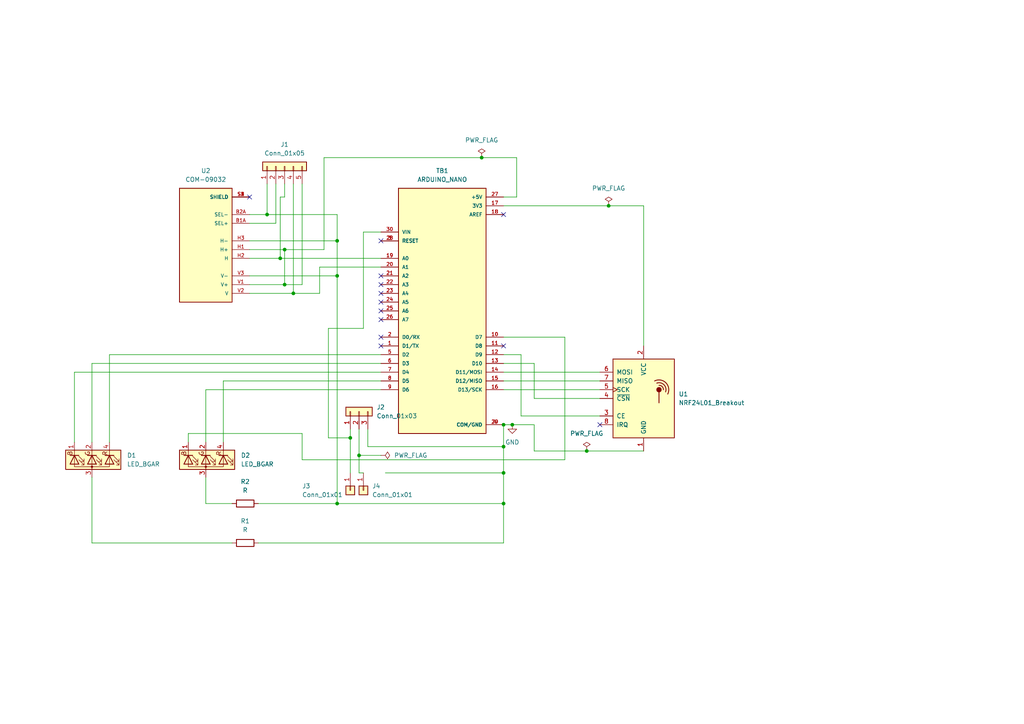
<source format=kicad_sch>
(kicad_sch (version 20230121) (generator eeschema)

  (uuid b2a70a7a-29eb-4e59-84e6-6f1aa81999b0)

  (paper "A4")

  (lib_symbols
    (symbol "ARDUINO_NANO:ARDUINO_NANO" (pin_names (offset 1.016)) (in_bom yes) (on_board yes)
      (property "Reference" "TB" (at -12.7 35.56 0)
        (effects (font (size 1.27 1.27)) (justify left bottom))
      )
      (property "Value" "ARDUINO_NANO" (at -12.7 -38.1 0)
        (effects (font (size 1.27 1.27)) (justify left bottom))
      )
      (property "Footprint" "ARDUINO_NANO:SHIELD_ARDUINO_NANO" (at 0 0 0)
        (effects (font (size 1.27 1.27)) (justify bottom) hide)
      )
      (property "Datasheet" "" (at 0 0 0)
        (effects (font (size 1.27 1.27)) hide)
      )
      (property "MF" "Arduino" (at 0 0 0)
        (effects (font (size 1.27 1.27)) (justify bottom) hide)
      )
      (property "Description" "\nSmall, complete, and breadboard-friendly board based on the ATmega328 (Arduino Nano 3.x)\n" (at 0 0 0)
        (effects (font (size 1.27 1.27)) (justify bottom) hide)
      )
      (property "Package" "Non-Standard Arduino" (at 0 0 0)
        (effects (font (size 1.27 1.27)) (justify bottom) hide)
      )
      (property "Price" "None" (at 0 0 0)
        (effects (font (size 1.27 1.27)) (justify bottom) hide)
      )
      (property "Check_prices" "https://www.snapeda.com/parts/Arduino%20Nano/Arduino/view-part/?ref=eda" (at 0 0 0)
        (effects (font (size 1.27 1.27)) (justify bottom) hide)
      )
      (property "STANDARD" "Manufacturer Recommendations" (at 0 0 0)
        (effects (font (size 1.27 1.27)) (justify bottom) hide)
      )
      (property "SnapEDA_Link" "https://www.snapeda.com/parts/Arduino%20Nano/Arduino/view-part/?ref=snap" (at 0 0 0)
        (effects (font (size 1.27 1.27)) (justify bottom) hide)
      )
      (property "MP" "Arduino Nano" (at 0 0 0)
        (effects (font (size 1.27 1.27)) (justify bottom) hide)
      )
      (property "Availability" "Not in stock" (at 0 0 0)
        (effects (font (size 1.27 1.27)) (justify bottom) hide)
      )
      (property "MANUFACTURER" "ARDUINO" (at 0 0 0)
        (effects (font (size 1.27 1.27)) (justify bottom) hide)
      )
      (symbol "ARDUINO_NANO_0_0"
        (rectangle (start -12.7 -35.56) (end 12.7 35.56)
          (stroke (width 0.254) (type default))
          (fill (type background))
        )
        (pin bidirectional line (at -17.78 -10.16 0) (length 5.08)
          (name "D1/TX" (effects (font (size 1.016 1.016))))
          (number "1" (effects (font (size 1.016 1.016))))
        )
        (pin bidirectional line (at 17.78 -7.62 180) (length 5.08)
          (name "D7" (effects (font (size 1.016 1.016))))
          (number "10" (effects (font (size 1.016 1.016))))
        )
        (pin bidirectional line (at 17.78 -10.16 180) (length 5.08)
          (name "D8" (effects (font (size 1.016 1.016))))
          (number "11" (effects (font (size 1.016 1.016))))
        )
        (pin bidirectional line (at 17.78 -12.7 180) (length 5.08)
          (name "D9" (effects (font (size 1.016 1.016))))
          (number "12" (effects (font (size 1.016 1.016))))
        )
        (pin bidirectional line (at 17.78 -15.24 180) (length 5.08)
          (name "D10" (effects (font (size 1.016 1.016))))
          (number "13" (effects (font (size 1.016 1.016))))
        )
        (pin bidirectional line (at 17.78 -17.78 180) (length 5.08)
          (name "D11/MOSI" (effects (font (size 1.016 1.016))))
          (number "14" (effects (font (size 1.016 1.016))))
        )
        (pin bidirectional line (at 17.78 -20.32 180) (length 5.08)
          (name "D12/MISO" (effects (font (size 1.016 1.016))))
          (number "15" (effects (font (size 1.016 1.016))))
        )
        (pin bidirectional line (at 17.78 -22.86 180) (length 5.08)
          (name "D13/SCK" (effects (font (size 1.016 1.016))))
          (number "16" (effects (font (size 1.016 1.016))))
        )
        (pin power_in line (at 17.78 30.48 180) (length 5.08)
          (name "3V3" (effects (font (size 1.016 1.016))))
          (number "17" (effects (font (size 1.016 1.016))))
        )
        (pin power_in line (at 17.78 27.94 180) (length 5.08)
          (name "AREF" (effects (font (size 1.016 1.016))))
          (number "18" (effects (font (size 1.016 1.016))))
        )
        (pin input line (at -17.78 15.24 0) (length 5.08)
          (name "A0" (effects (font (size 1.016 1.016))))
          (number "19" (effects (font (size 1.016 1.016))))
        )
        (pin bidirectional line (at -17.78 -7.62 0) (length 5.08)
          (name "D0/RX" (effects (font (size 1.016 1.016))))
          (number "2" (effects (font (size 1.016 1.016))))
        )
        (pin input line (at -17.78 12.7 0) (length 5.08)
          (name "A1" (effects (font (size 1.016 1.016))))
          (number "20" (effects (font (size 1.016 1.016))))
        )
        (pin input line (at -17.78 10.16 0) (length 5.08)
          (name "A2" (effects (font (size 1.016 1.016))))
          (number "21" (effects (font (size 1.016 1.016))))
        )
        (pin input line (at -17.78 7.62 0) (length 5.08)
          (name "A3" (effects (font (size 1.016 1.016))))
          (number "22" (effects (font (size 1.016 1.016))))
        )
        (pin input line (at -17.78 5.08 0) (length 5.08)
          (name "A4" (effects (font (size 1.016 1.016))))
          (number "23" (effects (font (size 1.016 1.016))))
        )
        (pin input line (at -17.78 2.54 0) (length 5.08)
          (name "A5" (effects (font (size 1.016 1.016))))
          (number "24" (effects (font (size 1.016 1.016))))
        )
        (pin input line (at -17.78 0 0) (length 5.08)
          (name "A6" (effects (font (size 1.016 1.016))))
          (number "25" (effects (font (size 1.016 1.016))))
        )
        (pin input line (at -17.78 -2.54 0) (length 5.08)
          (name "A7" (effects (font (size 1.016 1.016))))
          (number "26" (effects (font (size 1.016 1.016))))
        )
        (pin power_in line (at 17.78 33.02 180) (length 5.08)
          (name "+5V" (effects (font (size 1.016 1.016))))
          (number "27" (effects (font (size 1.016 1.016))))
        )
        (pin input line (at -17.78 20.32 0) (length 5.08)
          (name "RESET" (effects (font (size 1.016 1.016))))
          (number "28" (effects (font (size 1.016 1.016))))
        )
        (pin power_in line (at 17.78 -33.02 180) (length 5.08)
          (name "COM/GND" (effects (font (size 1.016 1.016))))
          (number "29" (effects (font (size 1.016 1.016))))
        )
        (pin input line (at -17.78 20.32 0) (length 5.08)
          (name "RESET" (effects (font (size 1.016 1.016))))
          (number "3" (effects (font (size 1.016 1.016))))
        )
        (pin input line (at -17.78 22.86 0) (length 5.08)
          (name "VIN" (effects (font (size 1.016 1.016))))
          (number "30" (effects (font (size 1.016 1.016))))
        )
        (pin power_in line (at 17.78 -33.02 180) (length 5.08)
          (name "COM/GND" (effects (font (size 1.016 1.016))))
          (number "4" (effects (font (size 1.016 1.016))))
        )
        (pin bidirectional line (at -17.78 -12.7 0) (length 5.08)
          (name "D2" (effects (font (size 1.016 1.016))))
          (number "5" (effects (font (size 1.016 1.016))))
        )
        (pin bidirectional line (at -17.78 -15.24 0) (length 5.08)
          (name "D3" (effects (font (size 1.016 1.016))))
          (number "6" (effects (font (size 1.016 1.016))))
        )
        (pin bidirectional line (at -17.78 -17.78 0) (length 5.08)
          (name "D4" (effects (font (size 1.016 1.016))))
          (number "7" (effects (font (size 1.016 1.016))))
        )
        (pin bidirectional line (at -17.78 -20.32 0) (length 5.08)
          (name "D5" (effects (font (size 1.016 1.016))))
          (number "8" (effects (font (size 1.016 1.016))))
        )
        (pin bidirectional line (at -17.78 -22.86 0) (length 5.08)
          (name "D6" (effects (font (size 1.016 1.016))))
          (number "9" (effects (font (size 1.016 1.016))))
        )
      )
    )
    (symbol "COM-09032:COM-09032" (pin_names (offset 1.016)) (in_bom yes) (on_board yes)
      (property "Reference" "U" (at -7.62 16.002 0)
        (effects (font (size 1.27 1.27)) (justify left bottom))
      )
      (property "Value" "COM-09032" (at -7.62 -20.32 0)
        (effects (font (size 1.27 1.27)) (justify left bottom))
      )
      (property "Footprint" "COM-09032:XDCR_COM-09032" (at 0 0 0)
        (effects (font (size 1.27 1.27)) (justify bottom) hide)
      )
      (property "Datasheet" "" (at 0 0 0)
        (effects (font (size 1.27 1.27)) hide)
      )
      (property "MF" "SparkFun Electronics" (at 0 0 0)
        (effects (font (size 1.27 1.27)) (justify bottom) hide)
      )
      (property "MAXIMUM_PACKAGE_HEIGHT" "30.1mm" (at 0 0 0)
        (effects (font (size 1.27 1.27)) (justify bottom) hide)
      )
      (property "Package" "Package" (at 0 0 0)
        (effects (font (size 1.27 1.27)) (justify bottom) hide)
      )
      (property "Price" "None" (at 0 0 0)
        (effects (font (size 1.27 1.27)) (justify bottom) hide)
      )
      (property "Check_prices" "https://www.snapeda.com/parts/COM-09032/SparkFun+Electronics/view-part/?ref=eda" (at 0 0 0)
        (effects (font (size 1.27 1.27)) (justify bottom) hide)
      )
      (property "STANDARD" "Manufacturer Recommendations" (at 0 0 0)
        (effects (font (size 1.27 1.27)) (justify bottom) hide)
      )
      (property "PARTREV" "N/A" (at 0 0 0)
        (effects (font (size 1.27 1.27)) (justify bottom) hide)
      )
      (property "SnapEDA_Link" "https://www.snapeda.com/parts/COM-09032/SparkFun+Electronics/view-part/?ref=snap" (at 0 0 0)
        (effects (font (size 1.27 1.27)) (justify bottom) hide)
      )
      (property "MP" "COM-09032" (at 0 0 0)
        (effects (font (size 1.27 1.27)) (justify bottom) hide)
      )
      (property "Purchase-URL" "https://www.snapeda.com/api/url_track_click_mouser/?unipart_id=888157&manufacturer=SparkFun Electronics&part_name=COM-09032&search_term=None" (at 0 0 0)
        (effects (font (size 1.27 1.27)) (justify bottom) hide)
      )
      (property "Description" "\nJoystick, 2 - Axis Analog (Resistive) Output\n" (at 0 0 0)
        (effects (font (size 1.27 1.27)) (justify bottom) hide)
      )
      (property "Availability" "In Stock" (at 0 0 0)
        (effects (font (size 1.27 1.27)) (justify bottom) hide)
      )
      (property "MANUFACTURER" "SparkFun Electronics" (at 0 0 0)
        (effects (font (size 1.27 1.27)) (justify bottom) hide)
      )
      (symbol "COM-09032_0_0"
        (rectangle (start -7.62 -17.78) (end 7.62 15.24)
          (stroke (width 0.254) (type default))
          (fill (type background))
        )
        (pin passive line (at -12.7 -7.62 0) (length 5.08)
          (name "SEL+" (effects (font (size 1.016 1.016))))
          (number "B1A" (effects (font (size 1.016 1.016))))
        )
        (pin passive line (at -12.7 -10.16 0) (length 5.08)
          (name "SEL-" (effects (font (size 1.016 1.016))))
          (number "B2A" (effects (font (size 1.016 1.016))))
        )
        (pin passive line (at -12.7 0 0) (length 5.08)
          (name "H+" (effects (font (size 1.016 1.016))))
          (number "H1" (effects (font (size 1.016 1.016))))
        )
        (pin passive line (at -12.7 2.54 0) (length 5.08)
          (name "H" (effects (font (size 1.016 1.016))))
          (number "H2" (effects (font (size 1.016 1.016))))
        )
        (pin passive line (at -12.7 -2.54 0) (length 5.08)
          (name "H-" (effects (font (size 1.016 1.016))))
          (number "H3" (effects (font (size 1.016 1.016))))
        )
        (pin passive line (at -12.7 -15.24 0) (length 5.08)
          (name "SHIELD" (effects (font (size 1.016 1.016))))
          (number "S1" (effects (font (size 1.016 1.016))))
        )
        (pin passive line (at -12.7 -15.24 0) (length 5.08)
          (name "SHIELD" (effects (font (size 1.016 1.016))))
          (number "S2" (effects (font (size 1.016 1.016))))
        )
        (pin passive line (at -12.7 -15.24 0) (length 5.08)
          (name "SHIELD" (effects (font (size 1.016 1.016))))
          (number "S3" (effects (font (size 1.016 1.016))))
        )
        (pin passive line (at -12.7 -15.24 0) (length 5.08)
          (name "SHIELD" (effects (font (size 1.016 1.016))))
          (number "S4" (effects (font (size 1.016 1.016))))
        )
        (pin passive line (at -12.7 10.16 0) (length 5.08)
          (name "V+" (effects (font (size 1.016 1.016))))
          (number "V1" (effects (font (size 1.016 1.016))))
        )
        (pin passive line (at -12.7 12.7 0) (length 5.08)
          (name "V" (effects (font (size 1.016 1.016))))
          (number "V2" (effects (font (size 1.016 1.016))))
        )
        (pin passive line (at -12.7 7.62 0) (length 5.08)
          (name "V-" (effects (font (size 1.016 1.016))))
          (number "V3" (effects (font (size 1.016 1.016))))
        )
      )
    )
    (symbol "Connector_Generic:Conn_01x01" (pin_names (offset 1.016) hide) (in_bom yes) (on_board yes)
      (property "Reference" "J" (at 0 2.54 0)
        (effects (font (size 1.27 1.27)))
      )
      (property "Value" "Conn_01x01" (at 0 -2.54 0)
        (effects (font (size 1.27 1.27)))
      )
      (property "Footprint" "" (at 0 0 0)
        (effects (font (size 1.27 1.27)) hide)
      )
      (property "Datasheet" "~" (at 0 0 0)
        (effects (font (size 1.27 1.27)) hide)
      )
      (property "ki_keywords" "connector" (at 0 0 0)
        (effects (font (size 1.27 1.27)) hide)
      )
      (property "ki_description" "Generic connector, single row, 01x01, script generated (kicad-library-utils/schlib/autogen/connector/)" (at 0 0 0)
        (effects (font (size 1.27 1.27)) hide)
      )
      (property "ki_fp_filters" "Connector*:*_1x??_*" (at 0 0 0)
        (effects (font (size 1.27 1.27)) hide)
      )
      (symbol "Conn_01x01_1_1"
        (rectangle (start -1.27 0.127) (end 0 -0.127)
          (stroke (width 0.1524) (type default))
          (fill (type none))
        )
        (rectangle (start -1.27 1.27) (end 1.27 -1.27)
          (stroke (width 0.254) (type default))
          (fill (type background))
        )
        (pin passive line (at -5.08 0 0) (length 3.81)
          (name "Pin_1" (effects (font (size 1.27 1.27))))
          (number "1" (effects (font (size 1.27 1.27))))
        )
      )
    )
    (symbol "Connector_Generic:Conn_01x03" (pin_names (offset 1.016) hide) (in_bom yes) (on_board yes)
      (property "Reference" "J" (at 0 5.08 0)
        (effects (font (size 1.27 1.27)))
      )
      (property "Value" "Conn_01x03" (at 0 -5.08 0)
        (effects (font (size 1.27 1.27)))
      )
      (property "Footprint" "" (at 0 0 0)
        (effects (font (size 1.27 1.27)) hide)
      )
      (property "Datasheet" "~" (at 0 0 0)
        (effects (font (size 1.27 1.27)) hide)
      )
      (property "ki_keywords" "connector" (at 0 0 0)
        (effects (font (size 1.27 1.27)) hide)
      )
      (property "ki_description" "Generic connector, single row, 01x03, script generated (kicad-library-utils/schlib/autogen/connector/)" (at 0 0 0)
        (effects (font (size 1.27 1.27)) hide)
      )
      (property "ki_fp_filters" "Connector*:*_1x??_*" (at 0 0 0)
        (effects (font (size 1.27 1.27)) hide)
      )
      (symbol "Conn_01x03_1_1"
        (rectangle (start -1.27 -2.413) (end 0 -2.667)
          (stroke (width 0.1524) (type default))
          (fill (type none))
        )
        (rectangle (start -1.27 0.127) (end 0 -0.127)
          (stroke (width 0.1524) (type default))
          (fill (type none))
        )
        (rectangle (start -1.27 2.667) (end 0 2.413)
          (stroke (width 0.1524) (type default))
          (fill (type none))
        )
        (rectangle (start -1.27 3.81) (end 1.27 -3.81)
          (stroke (width 0.254) (type default))
          (fill (type background))
        )
        (pin passive line (at -5.08 2.54 0) (length 3.81)
          (name "Pin_1" (effects (font (size 1.27 1.27))))
          (number "1" (effects (font (size 1.27 1.27))))
        )
        (pin passive line (at -5.08 0 0) (length 3.81)
          (name "Pin_2" (effects (font (size 1.27 1.27))))
          (number "2" (effects (font (size 1.27 1.27))))
        )
        (pin passive line (at -5.08 -2.54 0) (length 3.81)
          (name "Pin_3" (effects (font (size 1.27 1.27))))
          (number "3" (effects (font (size 1.27 1.27))))
        )
      )
    )
    (symbol "Connector_Generic:Conn_01x05" (pin_names (offset 1.016) hide) (in_bom yes) (on_board yes)
      (property "Reference" "J" (at 0 7.62 0)
        (effects (font (size 1.27 1.27)))
      )
      (property "Value" "Conn_01x05" (at 0 -7.62 0)
        (effects (font (size 1.27 1.27)))
      )
      (property "Footprint" "" (at 0 0 0)
        (effects (font (size 1.27 1.27)) hide)
      )
      (property "Datasheet" "~" (at 0 0 0)
        (effects (font (size 1.27 1.27)) hide)
      )
      (property "ki_keywords" "connector" (at 0 0 0)
        (effects (font (size 1.27 1.27)) hide)
      )
      (property "ki_description" "Generic connector, single row, 01x05, script generated (kicad-library-utils/schlib/autogen/connector/)" (at 0 0 0)
        (effects (font (size 1.27 1.27)) hide)
      )
      (property "ki_fp_filters" "Connector*:*_1x??_*" (at 0 0 0)
        (effects (font (size 1.27 1.27)) hide)
      )
      (symbol "Conn_01x05_1_1"
        (rectangle (start -1.27 -4.953) (end 0 -5.207)
          (stroke (width 0.1524) (type default))
          (fill (type none))
        )
        (rectangle (start -1.27 -2.413) (end 0 -2.667)
          (stroke (width 0.1524) (type default))
          (fill (type none))
        )
        (rectangle (start -1.27 0.127) (end 0 -0.127)
          (stroke (width 0.1524) (type default))
          (fill (type none))
        )
        (rectangle (start -1.27 2.667) (end 0 2.413)
          (stroke (width 0.1524) (type default))
          (fill (type none))
        )
        (rectangle (start -1.27 5.207) (end 0 4.953)
          (stroke (width 0.1524) (type default))
          (fill (type none))
        )
        (rectangle (start -1.27 6.35) (end 1.27 -6.35)
          (stroke (width 0.254) (type default))
          (fill (type background))
        )
        (pin passive line (at -5.08 5.08 0) (length 3.81)
          (name "Pin_1" (effects (font (size 1.27 1.27))))
          (number "1" (effects (font (size 1.27 1.27))))
        )
        (pin passive line (at -5.08 2.54 0) (length 3.81)
          (name "Pin_2" (effects (font (size 1.27 1.27))))
          (number "2" (effects (font (size 1.27 1.27))))
        )
        (pin passive line (at -5.08 0 0) (length 3.81)
          (name "Pin_3" (effects (font (size 1.27 1.27))))
          (number "3" (effects (font (size 1.27 1.27))))
        )
        (pin passive line (at -5.08 -2.54 0) (length 3.81)
          (name "Pin_4" (effects (font (size 1.27 1.27))))
          (number "4" (effects (font (size 1.27 1.27))))
        )
        (pin passive line (at -5.08 -5.08 0) (length 3.81)
          (name "Pin_5" (effects (font (size 1.27 1.27))))
          (number "5" (effects (font (size 1.27 1.27))))
        )
      )
    )
    (symbol "Device:LED_BGAR" (pin_names (offset 0) hide) (in_bom yes) (on_board yes)
      (property "Reference" "D" (at 0 9.398 0)
        (effects (font (size 1.27 1.27)))
      )
      (property "Value" "LED_BGAR" (at 0 -8.89 0)
        (effects (font (size 1.27 1.27)))
      )
      (property "Footprint" "" (at 0 -1.27 0)
        (effects (font (size 1.27 1.27)) hide)
      )
      (property "Datasheet" "~" (at 0 -1.27 0)
        (effects (font (size 1.27 1.27)) hide)
      )
      (property "ki_keywords" "LED RGB diode" (at 0 0 0)
        (effects (font (size 1.27 1.27)) hide)
      )
      (property "ki_description" "RGB LED, blue/green/anode/red" (at 0 0 0)
        (effects (font (size 1.27 1.27)) hide)
      )
      (property "ki_fp_filters" "LED* LED_SMD:* LED_THT:*" (at 0 0 0)
        (effects (font (size 1.27 1.27)) hide)
      )
      (symbol "LED_BGAR_0_0"
        (text "B" (at -1.905 -6.35 0)
          (effects (font (size 1.27 1.27)))
        )
        (text "G" (at -1.905 -1.27 0)
          (effects (font (size 1.27 1.27)))
        )
        (text "R" (at -1.905 3.81 0)
          (effects (font (size 1.27 1.27)))
        )
      )
      (symbol "LED_BGAR_0_1"
        (polyline
          (pts
            (xy -1.27 -5.08)
            (xy -2.54 -5.08)
          )
          (stroke (width 0) (type default))
          (fill (type none))
        )
        (polyline
          (pts
            (xy -1.27 -5.08)
            (xy 1.27 -5.08)
          )
          (stroke (width 0) (type default))
          (fill (type none))
        )
        (polyline
          (pts
            (xy -1.27 -3.81)
            (xy -1.27 -6.35)
          )
          (stroke (width 0.254) (type default))
          (fill (type none))
        )
        (polyline
          (pts
            (xy -1.27 0)
            (xy -2.54 0)
          )
          (stroke (width 0) (type default))
          (fill (type none))
        )
        (polyline
          (pts
            (xy -1.27 1.27)
            (xy -1.27 -1.27)
          )
          (stroke (width 0.254) (type default))
          (fill (type none))
        )
        (polyline
          (pts
            (xy -1.27 5.08)
            (xy -2.54 5.08)
          )
          (stroke (width 0) (type default))
          (fill (type none))
        )
        (polyline
          (pts
            (xy -1.27 5.08)
            (xy 1.27 5.08)
          )
          (stroke (width 0) (type default))
          (fill (type none))
        )
        (polyline
          (pts
            (xy -1.27 6.35)
            (xy -1.27 3.81)
          )
          (stroke (width 0.254) (type default))
          (fill (type none))
        )
        (polyline
          (pts
            (xy 1.27 0)
            (xy -1.27 0)
          )
          (stroke (width 0) (type default))
          (fill (type none))
        )
        (polyline
          (pts
            (xy 1.27 0)
            (xy 2.54 0)
          )
          (stroke (width 0) (type default))
          (fill (type none))
        )
        (polyline
          (pts
            (xy -1.27 1.27)
            (xy -1.27 -1.27)
            (xy -1.27 -1.27)
          )
          (stroke (width 0) (type default))
          (fill (type none))
        )
        (polyline
          (pts
            (xy -1.27 6.35)
            (xy -1.27 3.81)
            (xy -1.27 3.81)
          )
          (stroke (width 0) (type default))
          (fill (type none))
        )
        (polyline
          (pts
            (xy 1.27 -5.08)
            (xy 2.032 -5.08)
            (xy 2.032 5.08)
            (xy 1.27 5.08)
          )
          (stroke (width 0) (type default))
          (fill (type none))
        )
        (polyline
          (pts
            (xy 1.27 -3.81)
            (xy 1.27 -6.35)
            (xy -1.27 -5.08)
            (xy 1.27 -3.81)
          )
          (stroke (width 0.254) (type default))
          (fill (type none))
        )
        (polyline
          (pts
            (xy 1.27 1.27)
            (xy 1.27 -1.27)
            (xy -1.27 0)
            (xy 1.27 1.27)
          )
          (stroke (width 0.254) (type default))
          (fill (type none))
        )
        (polyline
          (pts
            (xy 1.27 6.35)
            (xy 1.27 3.81)
            (xy -1.27 5.08)
            (xy 1.27 6.35)
          )
          (stroke (width 0.254) (type default))
          (fill (type none))
        )
        (polyline
          (pts
            (xy -1.016 -3.81)
            (xy 0.508 -2.286)
            (xy -0.254 -2.286)
            (xy 0.508 -2.286)
            (xy 0.508 -3.048)
          )
          (stroke (width 0) (type default))
          (fill (type none))
        )
        (polyline
          (pts
            (xy -1.016 1.27)
            (xy 0.508 2.794)
            (xy -0.254 2.794)
            (xy 0.508 2.794)
            (xy 0.508 2.032)
          )
          (stroke (width 0) (type default))
          (fill (type none))
        )
        (polyline
          (pts
            (xy -1.016 6.35)
            (xy 0.508 7.874)
            (xy -0.254 7.874)
            (xy 0.508 7.874)
            (xy 0.508 7.112)
          )
          (stroke (width 0) (type default))
          (fill (type none))
        )
        (polyline
          (pts
            (xy 0 -3.81)
            (xy 1.524 -2.286)
            (xy 0.762 -2.286)
            (xy 1.524 -2.286)
            (xy 1.524 -3.048)
          )
          (stroke (width 0) (type default))
          (fill (type none))
        )
        (polyline
          (pts
            (xy 0 1.27)
            (xy 1.524 2.794)
            (xy 0.762 2.794)
            (xy 1.524 2.794)
            (xy 1.524 2.032)
          )
          (stroke (width 0) (type default))
          (fill (type none))
        )
        (polyline
          (pts
            (xy 0 6.35)
            (xy 1.524 7.874)
            (xy 0.762 7.874)
            (xy 1.524 7.874)
            (xy 1.524 7.112)
          )
          (stroke (width 0) (type default))
          (fill (type none))
        )
        (rectangle (start 1.27 -1.27) (end 1.27 1.27)
          (stroke (width 0) (type default))
          (fill (type none))
        )
        (rectangle (start 1.27 1.27) (end 1.27 1.27)
          (stroke (width 0) (type default))
          (fill (type none))
        )
        (rectangle (start 1.27 3.81) (end 1.27 6.35)
          (stroke (width 0) (type default))
          (fill (type none))
        )
        (rectangle (start 1.27 6.35) (end 1.27 6.35)
          (stroke (width 0) (type default))
          (fill (type none))
        )
        (circle (center 2.032 0) (radius 0.254)
          (stroke (width 0) (type default))
          (fill (type outline))
        )
        (rectangle (start 2.794 8.382) (end -2.794 -7.62)
          (stroke (width 0.254) (type default))
          (fill (type background))
        )
      )
      (symbol "LED_BGAR_1_1"
        (pin passive line (at -5.08 -5.08 0) (length 2.54)
          (name "BK" (effects (font (size 1.27 1.27))))
          (number "1" (effects (font (size 1.27 1.27))))
        )
        (pin passive line (at -5.08 0 0) (length 2.54)
          (name "GK" (effects (font (size 1.27 1.27))))
          (number "2" (effects (font (size 1.27 1.27))))
        )
        (pin passive line (at 5.08 0 180) (length 2.54)
          (name "A" (effects (font (size 1.27 1.27))))
          (number "3" (effects (font (size 1.27 1.27))))
        )
        (pin passive line (at -5.08 5.08 0) (length 2.54)
          (name "RK" (effects (font (size 1.27 1.27))))
          (number "4" (effects (font (size 1.27 1.27))))
        )
      )
    )
    (symbol "Device:R" (pin_numbers hide) (pin_names (offset 0)) (in_bom yes) (on_board yes)
      (property "Reference" "R" (at 2.032 0 90)
        (effects (font (size 1.27 1.27)))
      )
      (property "Value" "R" (at 0 0 90)
        (effects (font (size 1.27 1.27)))
      )
      (property "Footprint" "" (at -1.778 0 90)
        (effects (font (size 1.27 1.27)) hide)
      )
      (property "Datasheet" "~" (at 0 0 0)
        (effects (font (size 1.27 1.27)) hide)
      )
      (property "ki_keywords" "R res resistor" (at 0 0 0)
        (effects (font (size 1.27 1.27)) hide)
      )
      (property "ki_description" "Resistor" (at 0 0 0)
        (effects (font (size 1.27 1.27)) hide)
      )
      (property "ki_fp_filters" "R_*" (at 0 0 0)
        (effects (font (size 1.27 1.27)) hide)
      )
      (symbol "R_0_1"
        (rectangle (start -1.016 -2.54) (end 1.016 2.54)
          (stroke (width 0.254) (type default))
          (fill (type none))
        )
      )
      (symbol "R_1_1"
        (pin passive line (at 0 3.81 270) (length 1.27)
          (name "~" (effects (font (size 1.27 1.27))))
          (number "1" (effects (font (size 1.27 1.27))))
        )
        (pin passive line (at 0 -3.81 90) (length 1.27)
          (name "~" (effects (font (size 1.27 1.27))))
          (number "2" (effects (font (size 1.27 1.27))))
        )
      )
    )
    (symbol "RF:NRF24L01_Breakout" (pin_names (offset 1.016)) (in_bom yes) (on_board yes)
      (property "Reference" "U" (at -8.89 12.7 0)
        (effects (font (size 1.27 1.27)) (justify left))
      )
      (property "Value" "NRF24L01_Breakout" (at 3.81 12.7 0)
        (effects (font (size 1.27 1.27)) (justify left))
      )
      (property "Footprint" "RF_Module:nRF24L01_Breakout" (at 3.81 15.24 0)
        (effects (font (size 1.27 1.27) italic) (justify left) hide)
      )
      (property "Datasheet" "http://www.nordicsemi.com/eng/content/download/2730/34105/file/nRF24L01_Product_Specification_v2_0.pdf" (at 0 -2.54 0)
        (effects (font (size 1.27 1.27)) hide)
      )
      (property "ki_keywords" "Low Power RF Transceiver breakout carrier" (at 0 0 0)
        (effects (font (size 1.27 1.27)) hide)
      )
      (property "ki_description" "Ultra low power 2.4GHz RF Transceiver, Carrier PCB" (at 0 0 0)
        (effects (font (size 1.27 1.27)) hide)
      )
      (property "ki_fp_filters" "nRF24L01*Breakout*" (at 0 0 0)
        (effects (font (size 1.27 1.27)) hide)
      )
      (symbol "NRF24L01_Breakout_0_1"
        (rectangle (start -8.89 11.43) (end 8.89 -11.43)
          (stroke (width 0.254) (type default))
          (fill (type background))
        )
        (polyline
          (pts
            (xy 4.445 1.905)
            (xy 4.445 -1.27)
          )
          (stroke (width 0.254) (type default))
          (fill (type none))
        )
        (circle (center 4.445 2.54) (radius 0.635)
          (stroke (width 0.254) (type default))
          (fill (type outline))
        )
        (arc (start 5.715 2.54) (mid 5.3521 3.4546) (end 4.445 3.81)
          (stroke (width 0.254) (type default))
          (fill (type none))
        )
        (arc (start 6.35 1.905) (mid 5.8763 3.9854) (end 3.81 4.445)
          (stroke (width 0.254) (type default))
          (fill (type none))
        )
        (arc (start 6.985 1.27) (mid 6.453 4.548) (end 3.175 5.08)
          (stroke (width 0.254) (type default))
          (fill (type none))
        )
      )
      (symbol "NRF24L01_Breakout_1_1"
        (pin power_in line (at 0 -15.24 90) (length 3.81)
          (name "GND" (effects (font (size 1.27 1.27))))
          (number "1" (effects (font (size 1.27 1.27))))
        )
        (pin power_in line (at 0 15.24 270) (length 3.81)
          (name "VCC" (effects (font (size 1.27 1.27))))
          (number "2" (effects (font (size 1.27 1.27))))
        )
        (pin input line (at -12.7 -5.08 0) (length 3.81)
          (name "CE" (effects (font (size 1.27 1.27))))
          (number "3" (effects (font (size 1.27 1.27))))
        )
        (pin input line (at -12.7 0 0) (length 3.81)
          (name "~{CSN}" (effects (font (size 1.27 1.27))))
          (number "4" (effects (font (size 1.27 1.27))))
        )
        (pin input clock (at -12.7 2.54 0) (length 3.81)
          (name "SCK" (effects (font (size 1.27 1.27))))
          (number "5" (effects (font (size 1.27 1.27))))
        )
        (pin input line (at -12.7 7.62 0) (length 3.81)
          (name "MOSI" (effects (font (size 1.27 1.27))))
          (number "6" (effects (font (size 1.27 1.27))))
        )
        (pin output line (at -12.7 5.08 0) (length 3.81)
          (name "MISO" (effects (font (size 1.27 1.27))))
          (number "7" (effects (font (size 1.27 1.27))))
        )
        (pin output line (at -12.7 -7.62 0) (length 3.81)
          (name "IRQ" (effects (font (size 1.27 1.27))))
          (number "8" (effects (font (size 1.27 1.27))))
        )
      )
    )
    (symbol "power:GND" (power) (pin_names (offset 0)) (in_bom yes) (on_board yes)
      (property "Reference" "#PWR" (at 0 -6.35 0)
        (effects (font (size 1.27 1.27)) hide)
      )
      (property "Value" "GND" (at 0 -3.81 0)
        (effects (font (size 1.27 1.27)))
      )
      (property "Footprint" "" (at 0 0 0)
        (effects (font (size 1.27 1.27)) hide)
      )
      (property "Datasheet" "" (at 0 0 0)
        (effects (font (size 1.27 1.27)) hide)
      )
      (property "ki_keywords" "global power" (at 0 0 0)
        (effects (font (size 1.27 1.27)) hide)
      )
      (property "ki_description" "Power symbol creates a global label with name \"GND\" , ground" (at 0 0 0)
        (effects (font (size 1.27 1.27)) hide)
      )
      (symbol "GND_0_1"
        (polyline
          (pts
            (xy 0 0)
            (xy 0 -1.27)
            (xy 1.27 -1.27)
            (xy 0 -2.54)
            (xy -1.27 -1.27)
            (xy 0 -1.27)
          )
          (stroke (width 0) (type default))
          (fill (type none))
        )
      )
      (symbol "GND_1_1"
        (pin power_in line (at 0 0 270) (length 0) hide
          (name "GND" (effects (font (size 1.27 1.27))))
          (number "1" (effects (font (size 1.27 1.27))))
        )
      )
    )
    (symbol "power:PWR_FLAG" (power) (pin_numbers hide) (pin_names (offset 0) hide) (in_bom yes) (on_board yes)
      (property "Reference" "#FLG" (at 0 1.905 0)
        (effects (font (size 1.27 1.27)) hide)
      )
      (property "Value" "PWR_FLAG" (at 0 3.81 0)
        (effects (font (size 1.27 1.27)))
      )
      (property "Footprint" "" (at 0 0 0)
        (effects (font (size 1.27 1.27)) hide)
      )
      (property "Datasheet" "~" (at 0 0 0)
        (effects (font (size 1.27 1.27)) hide)
      )
      (property "ki_keywords" "flag power" (at 0 0 0)
        (effects (font (size 1.27 1.27)) hide)
      )
      (property "ki_description" "Special symbol for telling ERC where power comes from" (at 0 0 0)
        (effects (font (size 1.27 1.27)) hide)
      )
      (symbol "PWR_FLAG_0_0"
        (pin power_out line (at 0 0 90) (length 0)
          (name "pwr" (effects (font (size 1.27 1.27))))
          (number "1" (effects (font (size 1.27 1.27))))
        )
      )
      (symbol "PWR_FLAG_0_1"
        (polyline
          (pts
            (xy 0 0)
            (xy 0 1.27)
            (xy -1.016 1.905)
            (xy 0 2.54)
            (xy 1.016 1.905)
            (xy 0 1.27)
          )
          (stroke (width 0) (type default))
          (fill (type none))
        )
      )
    )
  )

  (junction (at 146.05 146.05) (diameter 0) (color 0 0 0 0)
    (uuid 04bf8f66-464f-4277-a9e8-2e6e4969d3ce)
  )
  (junction (at 81.28 74.93) (diameter 0) (color 0 0 0 0)
    (uuid 26462b2c-4ef8-471f-a302-120303ec7abe)
  )
  (junction (at 82.55 72.39) (diameter 0) (color 0 0 0 0)
    (uuid 283da509-0862-4714-8053-9cb98030132a)
  )
  (junction (at 146.05 123.19) (diameter 0) (color 0 0 0 0)
    (uuid 304b7eba-1211-4f17-a437-2b70fb15f1d1)
  )
  (junction (at 97.79 69.85) (diameter 0) (color 0 0 0 0)
    (uuid 31746fdd-ec9c-4c9c-96e1-30708b31a0ca)
  )
  (junction (at 82.55 82.55) (diameter 0) (color 0 0 0 0)
    (uuid 3e079ae8-5c93-450d-aced-c7dc4f2a7bba)
  )
  (junction (at 176.53 59.69) (diameter 0) (color 0 0 0 0)
    (uuid 65bf4f62-7008-4d32-9ccb-dee6fec22f87)
  )
  (junction (at 146.05 129.54) (diameter 0) (color 0 0 0 0)
    (uuid 6de509f7-54fa-4df3-82aa-dceca485a290)
  )
  (junction (at 104.14 132.08) (diameter 0) (color 0 0 0 0)
    (uuid 6e304e36-8354-4f9e-b36b-dee9976d885f)
  )
  (junction (at 77.47 62.23) (diameter 0) (color 0 0 0 0)
    (uuid 8eb4f19f-7715-467e-bd92-aa426e1933a5)
  )
  (junction (at 146.05 137.16) (diameter 0) (color 0 0 0 0)
    (uuid 9c9599f6-5aa9-4446-9e08-9073eb79a145)
  )
  (junction (at 97.79 146.05) (diameter 0) (color 0 0 0 0)
    (uuid a05bcd7a-10f1-4971-815b-c9c5548d3bcf)
  )
  (junction (at 97.79 80.01) (diameter 0) (color 0 0 0 0)
    (uuid a89910c5-c9df-48c9-8752-f4475d097d27)
  )
  (junction (at 139.7 45.72) (diameter 0) (color 0 0 0 0)
    (uuid b837a912-a00a-43ae-8ef1-2334ad391fe0)
  )
  (junction (at 170.18 130.81) (diameter 0) (color 0 0 0 0)
    (uuid ba8791bc-3646-40c5-827e-9f2707247de3)
  )
  (junction (at 85.09 85.09) (diameter 0) (color 0 0 0 0)
    (uuid d9f7349d-3e8d-4611-a07f-cf2235d3dc21)
  )
  (junction (at 148.59 123.19) (diameter 0) (color 0 0 0 0)
    (uuid edbe696d-045c-4353-a5ad-ac6f3cab1e24)
  )
  (junction (at 101.6 127) (diameter 0) (color 0 0 0 0)
    (uuid f8e4d5e0-394a-486a-b2ff-45f4103a65c3)
  )

  (no_connect (at 110.49 85.09) (uuid 294c8aee-9fd7-4882-9ed5-ddc418e5e8b8))
  (no_connect (at 173.99 123.19) (uuid 36668616-c1eb-4747-aa9b-97694716d527))
  (no_connect (at 146.05 62.23) (uuid 4d021cb5-51c3-4634-843b-7cd2eb6c0562))
  (no_connect (at 72.39 57.15) (uuid 608968bf-3332-4c3e-9e3e-def41f38c5a4))
  (no_connect (at 110.49 92.71) (uuid 7a3da17f-a59d-411e-abf9-7ce6559e6567))
  (no_connect (at 110.49 69.85) (uuid 848e3ec0-f21d-42d6-9766-f0183212bb9e))
  (no_connect (at 110.49 80.01) (uuid 91004d01-fb3a-4dfa-a7f8-06cc14c9b4e0))
  (no_connect (at 110.49 97.79) (uuid bcd453c3-41ac-4cf9-ad21-1d53a176eacd))
  (no_connect (at 110.49 82.55) (uuid c54797ac-dda3-4959-893f-97184a4af9d5))
  (no_connect (at 110.49 100.33) (uuid cc1a0909-3108-4af5-8503-693d805f4b8a))
  (no_connect (at 146.05 100.33) (uuid d1991f1c-6bf6-409d-8218-60b8dd837a93))
  (no_connect (at 110.49 87.63) (uuid fdf334ab-1a55-4ed4-9465-9f340b77bb33))
  (no_connect (at 110.49 90.17) (uuid febb12b0-414e-4c39-b36c-0ae305d960ea))

  (wire (pts (xy 87.63 133.35) (xy 163.83 133.35))
    (stroke (width 0) (type default))
    (uuid 01e8b214-a220-45b5-b55d-2b97697cd326)
  )
  (wire (pts (xy 82.55 72.39) (xy 93.98 72.39))
    (stroke (width 0) (type default))
    (uuid 01f485bb-20a8-4da5-9622-4cfc92301da0)
  )
  (wire (pts (xy 26.67 105.41) (xy 110.49 105.41))
    (stroke (width 0) (type default))
    (uuid 028acc4d-18f8-416b-8a34-af0ec381fbf7)
  )
  (wire (pts (xy 149.86 57.15) (xy 146.05 57.15))
    (stroke (width 0) (type default))
    (uuid 073a9d9e-2af6-4516-9d67-c48ad6b4f682)
  )
  (wire (pts (xy 139.7 45.72) (xy 149.86 45.72))
    (stroke (width 0) (type default))
    (uuid 0b653b21-4a85-42cb-9e6a-c4ea94a34c22)
  )
  (wire (pts (xy 154.94 105.41) (xy 154.94 115.57))
    (stroke (width 0) (type default))
    (uuid 0c415ff4-1395-4ceb-b980-1acc7c17ad26)
  )
  (wire (pts (xy 64.77 110.49) (xy 110.49 110.49))
    (stroke (width 0) (type default))
    (uuid 0dfb286a-faaf-4d80-aa2c-61fea5a7ae41)
  )
  (wire (pts (xy 72.39 64.77) (xy 80.01 64.77))
    (stroke (width 0) (type default))
    (uuid 0efa2117-a1b8-43a5-9356-a691e2446c6b)
  )
  (wire (pts (xy 74.93 157.48) (xy 146.05 157.48))
    (stroke (width 0) (type default))
    (uuid 11f9731d-4c2d-4a46-a830-e6aeb3870b12)
  )
  (wire (pts (xy 26.67 128.27) (xy 26.67 105.41))
    (stroke (width 0) (type default))
    (uuid 12849e24-527d-4e00-9335-212f99602c44)
  )
  (wire (pts (xy 105.41 95.25) (xy 105.41 67.31))
    (stroke (width 0) (type default))
    (uuid 129a70c6-beed-44a1-aa15-5151b6001d81)
  )
  (wire (pts (xy 146.05 146.05) (xy 146.05 157.48))
    (stroke (width 0) (type default))
    (uuid 1499466c-effb-4e00-aa7a-48fc14f00964)
  )
  (wire (pts (xy 74.93 146.05) (xy 97.79 146.05))
    (stroke (width 0) (type default))
    (uuid 17298af7-c2b2-4a68-add1-42db542c6409)
  )
  (wire (pts (xy 80.01 53.34) (xy 80.01 64.77))
    (stroke (width 0) (type default))
    (uuid 18d28e73-7f47-4e8a-b613-8242d26b716a)
  )
  (wire (pts (xy 54.61 128.27) (xy 54.61 125.73))
    (stroke (width 0) (type default))
    (uuid 1be6acbc-f51f-4746-90cd-06109fd47e37)
  )
  (wire (pts (xy 92.71 85.09) (xy 92.71 77.47))
    (stroke (width 0) (type default))
    (uuid 1c50219a-37f7-4f5b-91b4-d92135ffc000)
  )
  (wire (pts (xy 97.79 146.05) (xy 146.05 146.05))
    (stroke (width 0) (type default))
    (uuid 1d14a03c-7c59-4d51-96cd-1ad9dd442bf8)
  )
  (wire (pts (xy 81.28 57.15) (xy 82.55 57.15))
    (stroke (width 0) (type default))
    (uuid 21937884-1f7c-47f8-9637-07372313ab0f)
  )
  (wire (pts (xy 146.05 107.95) (xy 173.99 107.95))
    (stroke (width 0) (type default))
    (uuid 21d37e95-e478-4387-8975-d9e2658731e8)
  )
  (wire (pts (xy 87.63 125.73) (xy 87.63 133.35))
    (stroke (width 0) (type default))
    (uuid 23025a8d-f42a-40c4-83b3-acc52b94186b)
  )
  (wire (pts (xy 146.05 110.49) (xy 173.99 110.49))
    (stroke (width 0) (type default))
    (uuid 2a05a19b-9580-4c17-bdbd-7248cd38ec41)
  )
  (wire (pts (xy 67.31 157.48) (xy 26.67 157.48))
    (stroke (width 0) (type default))
    (uuid 2c8dbb59-6ad1-4a7a-92ac-013af906fd5c)
  )
  (wire (pts (xy 163.83 97.79) (xy 146.05 97.79))
    (stroke (width 0) (type default))
    (uuid 2e5a51bd-bd42-4925-931c-fd7723d2df89)
  )
  (wire (pts (xy 59.69 128.27) (xy 59.69 113.03))
    (stroke (width 0) (type default))
    (uuid 30f7b20f-3f20-4883-8068-96d7d26757cf)
  )
  (wire (pts (xy 186.69 100.33) (xy 186.69 59.69))
    (stroke (width 0) (type default))
    (uuid 37d98e37-277a-422e-88cb-15c375be68f0)
  )
  (wire (pts (xy 72.39 85.09) (xy 85.09 85.09))
    (stroke (width 0) (type default))
    (uuid 3834f6c4-a298-4ca7-b25c-d71f21553ac0)
  )
  (wire (pts (xy 146.05 105.41) (xy 154.94 105.41))
    (stroke (width 0) (type default))
    (uuid 39a9bc50-16a8-48b2-8b35-c882bb79c3fd)
  )
  (wire (pts (xy 59.69 113.03) (xy 110.49 113.03))
    (stroke (width 0) (type default))
    (uuid 3b8a9b98-ea5f-435a-9479-3f28be0ef611)
  )
  (wire (pts (xy 97.79 80.01) (xy 97.79 146.05))
    (stroke (width 0) (type default))
    (uuid 404378fd-7468-410d-ab7e-63e699631ca0)
  )
  (wire (pts (xy 111.76 137.16) (xy 146.05 137.16))
    (stroke (width 0) (type default))
    (uuid 423bcb32-25a8-4d1d-898d-45e75dd7ca80)
  )
  (wire (pts (xy 97.79 62.23) (xy 97.79 69.85))
    (stroke (width 0) (type default))
    (uuid 46d303bd-b2d3-4a77-8d74-2ca701892a8d)
  )
  (wire (pts (xy 21.59 128.27) (xy 21.59 107.95))
    (stroke (width 0) (type default))
    (uuid 4d835172-381f-4918-b610-d22562fdaa04)
  )
  (wire (pts (xy 110.49 132.08) (xy 104.14 132.08))
    (stroke (width 0) (type default))
    (uuid 56857ff1-4bb3-4f42-9728-4a0011a31dca)
  )
  (wire (pts (xy 105.41 67.31) (xy 110.49 67.31))
    (stroke (width 0) (type default))
    (uuid 57a0206b-a9e0-4b06-8009-b850b4e08449)
  )
  (wire (pts (xy 154.94 115.57) (xy 173.99 115.57))
    (stroke (width 0) (type default))
    (uuid 57d29eec-3af4-4052-9391-5649f2d4886b)
  )
  (wire (pts (xy 85.09 85.09) (xy 92.71 85.09))
    (stroke (width 0) (type default))
    (uuid 5d2ec87e-bbc7-465d-8c0f-3bfdf41c2398)
  )
  (wire (pts (xy 81.28 74.93) (xy 81.28 57.15))
    (stroke (width 0) (type default))
    (uuid 6136dc56-4d39-48b6-95ff-5f1cbc3917cd)
  )
  (wire (pts (xy 72.39 80.01) (xy 97.79 80.01))
    (stroke (width 0) (type default))
    (uuid 626ce3f7-5e99-4c68-9760-65bb68c8b43e)
  )
  (wire (pts (xy 95.25 127) (xy 95.25 95.25))
    (stroke (width 0) (type default))
    (uuid 6356e708-ff66-455d-afb1-1e37695d6387)
  )
  (wire (pts (xy 101.6 127) (xy 95.25 127))
    (stroke (width 0) (type default))
    (uuid 68ad8a5e-b8e0-4077-96b1-5de931408cc1)
  )
  (wire (pts (xy 151.13 120.65) (xy 173.99 120.65))
    (stroke (width 0) (type default))
    (uuid 69778db3-b71d-4d40-aa2f-c1eebd302efe)
  )
  (wire (pts (xy 82.55 57.15) (xy 82.55 53.34))
    (stroke (width 0) (type default))
    (uuid 6b77ec7d-0799-43a7-8f19-b048f2a38f61)
  )
  (wire (pts (xy 26.67 157.48) (xy 26.67 138.43))
    (stroke (width 0) (type default))
    (uuid 6ebb1afe-9525-4f64-be30-eac6eaafb2db)
  )
  (wire (pts (xy 106.68 124.46) (xy 106.68 129.54))
    (stroke (width 0) (type default))
    (uuid 6fec7001-98bd-42bf-bb5f-cdc825e5f7be)
  )
  (wire (pts (xy 154.94 130.81) (xy 170.18 130.81))
    (stroke (width 0) (type default))
    (uuid 7508828d-c111-450f-8f71-faf8985509fd)
  )
  (wire (pts (xy 31.75 102.87) (xy 110.49 102.87))
    (stroke (width 0) (type default))
    (uuid 79c028e8-508f-484d-a20c-1a53c24d8f2a)
  )
  (wire (pts (xy 146.05 113.03) (xy 173.99 113.03))
    (stroke (width 0) (type default))
    (uuid 812b78b9-213e-4085-abc6-43ebc879e7f9)
  )
  (wire (pts (xy 105.41 137.16) (xy 104.14 137.16))
    (stroke (width 0) (type default))
    (uuid 83612111-9918-41db-aca0-b4ceb9a447b8)
  )
  (wire (pts (xy 149.86 45.72) (xy 149.86 57.15))
    (stroke (width 0) (type default))
    (uuid 88533bbc-d774-4aa9-9dc9-b5b8fa6d127e)
  )
  (wire (pts (xy 154.94 123.19) (xy 154.94 130.81))
    (stroke (width 0) (type default))
    (uuid 8ba28cfb-102f-4571-bbbc-9edb5d5468db)
  )
  (wire (pts (xy 101.6 127) (xy 101.6 137.16))
    (stroke (width 0) (type default))
    (uuid 9441f999-07cc-424c-af4e-435422185d3e)
  )
  (wire (pts (xy 92.71 77.47) (xy 110.49 77.47))
    (stroke (width 0) (type default))
    (uuid 96d124b0-1042-4c97-b867-961e05b7aca2)
  )
  (wire (pts (xy 77.47 62.23) (xy 97.79 62.23))
    (stroke (width 0) (type default))
    (uuid 990de997-6895-4d04-b385-8dab74ca5cdf)
  )
  (wire (pts (xy 146.05 102.87) (xy 151.13 102.87))
    (stroke (width 0) (type default))
    (uuid 99a87336-edc4-4092-b5c5-5a347f182c4b)
  )
  (wire (pts (xy 101.6 124.46) (xy 101.6 127))
    (stroke (width 0) (type default))
    (uuid 9bce799d-b2b6-47b1-b21f-134e36ce2285)
  )
  (wire (pts (xy 170.18 130.81) (xy 186.69 130.81))
    (stroke (width 0) (type default))
    (uuid a80d0a00-a1f9-4867-b94f-3a24b594aa18)
  )
  (wire (pts (xy 85.09 53.34) (xy 85.09 85.09))
    (stroke (width 0) (type default))
    (uuid a82864c0-8711-4f93-a463-fe91ae2997cf)
  )
  (wire (pts (xy 59.69 146.05) (xy 67.31 146.05))
    (stroke (width 0) (type default))
    (uuid b2e5286c-e4bf-42f6-bf19-bdb7a868f406)
  )
  (wire (pts (xy 151.13 102.87) (xy 151.13 120.65))
    (stroke (width 0) (type default))
    (uuid b361b6d5-d1e0-4c89-8a6f-da82f6a0879f)
  )
  (wire (pts (xy 146.05 123.19) (xy 148.59 123.19))
    (stroke (width 0) (type default))
    (uuid b5c62ea7-0b71-446d-a051-54077d9e8425)
  )
  (wire (pts (xy 176.53 59.69) (xy 146.05 59.69))
    (stroke (width 0) (type default))
    (uuid b69f33e0-ad99-4f0f-bfa9-0322ae8e3827)
  )
  (wire (pts (xy 104.14 132.08) (xy 104.14 137.16))
    (stroke (width 0) (type default))
    (uuid b81a9374-741c-461e-8601-fc52b733892d)
  )
  (wire (pts (xy 21.59 107.95) (xy 110.49 107.95))
    (stroke (width 0) (type default))
    (uuid b9569a66-55d9-45e9-95fc-9af1623f4cab)
  )
  (wire (pts (xy 146.05 123.19) (xy 146.05 129.54))
    (stroke (width 0) (type default))
    (uuid c014b6b4-2c3a-46cd-8afe-5b5834b395eb)
  )
  (wire (pts (xy 54.61 125.73) (xy 87.63 125.73))
    (stroke (width 0) (type default))
    (uuid c2247023-cddc-423f-8eaa-17d5ead2285d)
  )
  (wire (pts (xy 72.39 74.93) (xy 81.28 74.93))
    (stroke (width 0) (type default))
    (uuid c2b4d1e7-a118-45c6-bc63-1edcc88d7546)
  )
  (wire (pts (xy 72.39 72.39) (xy 82.55 72.39))
    (stroke (width 0) (type default))
    (uuid c2cb6873-4f07-4d88-b196-7316ddcd5784)
  )
  (wire (pts (xy 163.83 133.35) (xy 163.83 97.79))
    (stroke (width 0) (type default))
    (uuid c874af68-00ce-4756-a14f-416cad22c91f)
  )
  (wire (pts (xy 81.28 74.93) (xy 110.49 74.93))
    (stroke (width 0) (type default))
    (uuid c9737192-3c1a-4db6-89ee-6ffec51d1f89)
  )
  (wire (pts (xy 72.39 62.23) (xy 77.47 62.23))
    (stroke (width 0) (type default))
    (uuid ccb8441f-a8fc-4867-9fb5-9cd772c4bae4)
  )
  (wire (pts (xy 59.69 138.43) (xy 59.69 146.05))
    (stroke (width 0) (type default))
    (uuid ce669c55-ad04-4435-8320-51aa3fddda90)
  )
  (wire (pts (xy 148.59 123.19) (xy 154.94 123.19))
    (stroke (width 0) (type default))
    (uuid cef92cb8-4f57-4d2a-855f-17c6177dff37)
  )
  (wire (pts (xy 106.68 129.54) (xy 146.05 129.54))
    (stroke (width 0) (type default))
    (uuid cfced6af-aabe-4cf8-8923-a0c65f507932)
  )
  (wire (pts (xy 95.25 95.25) (xy 105.41 95.25))
    (stroke (width 0) (type default))
    (uuid d42f2d13-9790-4d4d-95d2-3a0c2fd43edd)
  )
  (wire (pts (xy 97.79 69.85) (xy 97.79 80.01))
    (stroke (width 0) (type default))
    (uuid d8123724-07c9-4b8a-a5f9-d3efda83bf97)
  )
  (wire (pts (xy 82.55 82.55) (xy 87.63 82.55))
    (stroke (width 0) (type default))
    (uuid d835fb62-cc92-4d47-ae09-2d2a8b501ca7)
  )
  (wire (pts (xy 82.55 82.55) (xy 82.55 72.39))
    (stroke (width 0) (type default))
    (uuid dae063f7-f605-44f6-ab28-8d9578b8b692)
  )
  (wire (pts (xy 87.63 53.34) (xy 87.63 82.55))
    (stroke (width 0) (type default))
    (uuid e04a9edd-a0b1-449c-a2b5-c907ba364098)
  )
  (wire (pts (xy 72.39 82.55) (xy 82.55 82.55))
    (stroke (width 0) (type default))
    (uuid e06e2357-4566-4cfa-96a1-785e989927ff)
  )
  (wire (pts (xy 93.98 45.72) (xy 139.7 45.72))
    (stroke (width 0) (type default))
    (uuid e3af73bf-01d6-49ed-b1f2-758dde27a345)
  )
  (wire (pts (xy 77.47 53.34) (xy 77.47 62.23))
    (stroke (width 0) (type default))
    (uuid efe6a24f-6895-4b6f-8787-2b8fb357a5c1)
  )
  (wire (pts (xy 186.69 59.69) (xy 176.53 59.69))
    (stroke (width 0) (type default))
    (uuid f0422b4a-8ecc-4a59-8c71-ca79e24467df)
  )
  (wire (pts (xy 72.39 69.85) (xy 97.79 69.85))
    (stroke (width 0) (type default))
    (uuid f05b106b-9235-429e-95b1-d4ab7e7b7cd5)
  )
  (wire (pts (xy 93.98 72.39) (xy 93.98 45.72))
    (stroke (width 0) (type default))
    (uuid f26c472c-f0ee-47e6-8bdc-01c7cc621b19)
  )
  (wire (pts (xy 146.05 137.16) (xy 146.05 146.05))
    (stroke (width 0) (type default))
    (uuid f3134849-d9c9-4705-a8df-675df359227b)
  )
  (wire (pts (xy 146.05 129.54) (xy 146.05 137.16))
    (stroke (width 0) (type default))
    (uuid f3b3a3b0-2e93-4c37-8981-31f344faebdd)
  )
  (wire (pts (xy 64.77 128.27) (xy 64.77 110.49))
    (stroke (width 0) (type default))
    (uuid f59fadd7-6831-47b5-84b9-b8827f71b1ce)
  )
  (wire (pts (xy 104.14 124.46) (xy 104.14 132.08))
    (stroke (width 0) (type default))
    (uuid f95074fd-6128-475e-8344-7c9b1c2fe8f9)
  )
  (wire (pts (xy 31.75 128.27) (xy 31.75 102.87))
    (stroke (width 0) (type default))
    (uuid fb0694c3-cf7a-455c-a4c1-5f75aecd82ed)
  )

  (symbol (lib_id "Connector_Generic:Conn_01x01") (at 105.41 142.24 270) (unit 1)
    (in_bom yes) (on_board yes) (dnp no) (fields_autoplaced)
    (uuid 1c606a2e-ff66-443a-b872-253e57ab5142)
    (property "Reference" "J4" (at 107.95 140.97 90)
      (effects (font (size 1.27 1.27)) (justify left))
    )
    (property "Value" "Conn_01x01" (at 107.95 143.51 90)
      (effects (font (size 1.27 1.27)) (justify left))
    )
    (property "Footprint" "Connector_PinSocket_2.54mm:PinSocket_1x01_P2.54mm_Vertical" (at 105.41 142.24 0)
      (effects (font (size 1.27 1.27)) hide)
    )
    (property "Datasheet" "~" (at 105.41 142.24 0)
      (effects (font (size 1.27 1.27)) hide)
    )
    (pin "1" (uuid 26bfdc59-e64b-4634-9659-8a5554c41e0e))
    (instances
      (project "v1"
        (path "/b2a70a7a-29eb-4e59-84e6-6f1aa81999b0"
          (reference "J4") (unit 1)
        )
      )
    )
  )

  (symbol (lib_id "power:PWR_FLAG") (at 170.18 130.81 0) (unit 1)
    (in_bom yes) (on_board yes) (dnp no) (fields_autoplaced)
    (uuid 20c5eee3-bb1c-472b-9142-fd42998ac49c)
    (property "Reference" "#FLG05" (at 170.18 128.905 0)
      (effects (font (size 1.27 1.27)) hide)
    )
    (property "Value" "PWR_FLAG" (at 170.18 125.73 0)
      (effects (font (size 1.27 1.27)))
    )
    (property "Footprint" "" (at 170.18 130.81 0)
      (effects (font (size 1.27 1.27)) hide)
    )
    (property "Datasheet" "~" (at 170.18 130.81 0)
      (effects (font (size 1.27 1.27)) hide)
    )
    (pin "1" (uuid ba7e6145-915c-41e9-8207-7880aac50de3))
    (instances
      (project "v1"
        (path "/b2a70a7a-29eb-4e59-84e6-6f1aa81999b0"
          (reference "#FLG05") (unit 1)
        )
      )
    )
  )

  (symbol (lib_id "power:PWR_FLAG") (at 176.53 59.69 0) (unit 1)
    (in_bom yes) (on_board yes) (dnp no) (fields_autoplaced)
    (uuid 2a27069a-df15-4ae3-ba3c-d793469b8372)
    (property "Reference" "#FLG03" (at 176.53 57.785 0)
      (effects (font (size 1.27 1.27)) hide)
    )
    (property "Value" "PWR_FLAG" (at 176.53 54.61 0)
      (effects (font (size 1.27 1.27)))
    )
    (property "Footprint" "" (at 176.53 59.69 0)
      (effects (font (size 1.27 1.27)) hide)
    )
    (property "Datasheet" "~" (at 176.53 59.69 0)
      (effects (font (size 1.27 1.27)) hide)
    )
    (pin "1" (uuid fa8a554c-759e-490d-a15f-7381734b81c0))
    (instances
      (project "v1"
        (path "/b2a70a7a-29eb-4e59-84e6-6f1aa81999b0"
          (reference "#FLG03") (unit 1)
        )
      )
    )
  )

  (symbol (lib_id "power:PWR_FLAG") (at 110.49 132.08 270) (unit 1)
    (in_bom yes) (on_board yes) (dnp no) (fields_autoplaced)
    (uuid 2c71b706-797a-45f9-9c53-00016ff43453)
    (property "Reference" "#FLG01" (at 112.395 132.08 0)
      (effects (font (size 1.27 1.27)) hide)
    )
    (property "Value" "PWR_FLAG" (at 114.3 132.08 90)
      (effects (font (size 1.27 1.27)) (justify left))
    )
    (property "Footprint" "" (at 110.49 132.08 0)
      (effects (font (size 1.27 1.27)) hide)
    )
    (property "Datasheet" "~" (at 110.49 132.08 0)
      (effects (font (size 1.27 1.27)) hide)
    )
    (pin "1" (uuid 58eb03f4-e45f-42c9-886e-ecdad2016765))
    (instances
      (project "v1"
        (path "/b2a70a7a-29eb-4e59-84e6-6f1aa81999b0"
          (reference "#FLG01") (unit 1)
        )
      )
    )
  )

  (symbol (lib_id "Connector_Generic:Conn_01x03") (at 104.14 119.38 90) (unit 1)
    (in_bom yes) (on_board yes) (dnp no) (fields_autoplaced)
    (uuid 32e4d297-adbf-483c-b7ad-b809f34b0e78)
    (property "Reference" "J2" (at 109.22 118.11 90)
      (effects (font (size 1.27 1.27)) (justify right))
    )
    (property "Value" "Conn_01x03" (at 109.22 120.65 90)
      (effects (font (size 1.27 1.27)) (justify right))
    )
    (property "Footprint" "Connector_PinSocket_2.54mm:PinSocket_1x03_P2.54mm_Vertical" (at 104.14 119.38 0)
      (effects (font (size 1.27 1.27)) hide)
    )
    (property "Datasheet" "~" (at 104.14 119.38 0)
      (effects (font (size 1.27 1.27)) hide)
    )
    (pin "1" (uuid ba4c62c9-fffe-4d6e-8997-1204b7ae6926))
    (pin "2" (uuid 1d4fc0fb-ffa4-4ab1-8850-623534c273db))
    (pin "3" (uuid ebc3f695-b73a-422e-865a-266141914072))
    (instances
      (project "v1"
        (path "/b2a70a7a-29eb-4e59-84e6-6f1aa81999b0"
          (reference "J2") (unit 1)
        )
      )
    )
  )

  (symbol (lib_id "Device:LED_BGAR") (at 59.69 133.35 270) (unit 1)
    (in_bom yes) (on_board yes) (dnp no) (fields_autoplaced)
    (uuid 513750e5-f745-4aa4-86fe-fa9618f31826)
    (property "Reference" "D2" (at 69.85 132.08 90)
      (effects (font (size 1.27 1.27)) (justify left))
    )
    (property "Value" "LED_BGAR" (at 69.85 134.62 90)
      (effects (font (size 1.27 1.27)) (justify left))
    )
    (property "Footprint" "LED_THT:LED_D5.0mm-4_RGB_Wide_Pins" (at 58.42 133.35 0)
      (effects (font (size 1.27 1.27)) hide)
    )
    (property "Datasheet" "~" (at 58.42 133.35 0)
      (effects (font (size 1.27 1.27)) hide)
    )
    (pin "1" (uuid 318526a5-78c9-4499-b5ad-cab2c82db95d))
    (pin "2" (uuid 4742cf1e-86d9-4f63-9e8f-db984cc43751))
    (pin "3" (uuid 2ca2df64-72be-4116-a502-a625a9b59a0a))
    (pin "4" (uuid d0ad2a77-036d-4f61-b68f-c2987a70adad))
    (instances
      (project "v1"
        (path "/b2a70a7a-29eb-4e59-84e6-6f1aa81999b0"
          (reference "D2") (unit 1)
        )
      )
    )
  )

  (symbol (lib_id "power:PWR_FLAG") (at 139.7 45.72 0) (unit 1)
    (in_bom yes) (on_board yes) (dnp no) (fields_autoplaced)
    (uuid 5979582c-5d93-4cc1-b206-89a7718eba62)
    (property "Reference" "#FLG02" (at 139.7 43.815 0)
      (effects (font (size 1.27 1.27)) hide)
    )
    (property "Value" "PWR_FLAG" (at 139.7 40.64 0)
      (effects (font (size 1.27 1.27)))
    )
    (property "Footprint" "" (at 139.7 45.72 0)
      (effects (font (size 1.27 1.27)) hide)
    )
    (property "Datasheet" "~" (at 139.7 45.72 0)
      (effects (font (size 1.27 1.27)) hide)
    )
    (pin "1" (uuid f097c71a-31a8-4090-ba85-bcbfef97790b))
    (instances
      (project "v1"
        (path "/b2a70a7a-29eb-4e59-84e6-6f1aa81999b0"
          (reference "#FLG02") (unit 1)
        )
      )
    )
  )

  (symbol (lib_id "ARDUINO_NANO:ARDUINO_NANO") (at 128.27 90.17 0) (unit 1)
    (in_bom yes) (on_board yes) (dnp no) (fields_autoplaced)
    (uuid 85907db6-e4ae-4b1d-ba08-b60a6a56f676)
    (property "Reference" "TB1" (at 128.27 49.53 0)
      (effects (font (size 1.27 1.27)))
    )
    (property "Value" "ARDUINO_NANO" (at 128.27 52.07 0)
      (effects (font (size 1.27 1.27)))
    )
    (property "Footprint" "ARDUINO_NANO:SHIELD_ARDUINO_NANO" (at 128.27 90.17 0)
      (effects (font (size 1.27 1.27)) (justify bottom) hide)
    )
    (property "Datasheet" "" (at 128.27 90.17 0)
      (effects (font (size 1.27 1.27)) hide)
    )
    (property "MF" "Arduino" (at 128.27 90.17 0)
      (effects (font (size 1.27 1.27)) (justify bottom) hide)
    )
    (property "Description" "\nSmall, complete, and breadboard-friendly board based on the ATmega328 (Arduino Nano 3.x)\n" (at 128.27 90.17 0)
      (effects (font (size 1.27 1.27)) (justify bottom) hide)
    )
    (property "Package" "Non-Standard Arduino" (at 128.27 90.17 0)
      (effects (font (size 1.27 1.27)) (justify bottom) hide)
    )
    (property "Price" "None" (at 128.27 90.17 0)
      (effects (font (size 1.27 1.27)) (justify bottom) hide)
    )
    (property "Check_prices" "https://www.snapeda.com/parts/Arduino%20Nano/Arduino/view-part/?ref=eda" (at 128.27 90.17 0)
      (effects (font (size 1.27 1.27)) (justify bottom) hide)
    )
    (property "STANDARD" "Manufacturer Recommendations" (at 128.27 90.17 0)
      (effects (font (size 1.27 1.27)) (justify bottom) hide)
    )
    (property "SnapEDA_Link" "https://www.snapeda.com/parts/Arduino%20Nano/Arduino/view-part/?ref=snap" (at 128.27 90.17 0)
      (effects (font (size 1.27 1.27)) (justify bottom) hide)
    )
    (property "MP" "Arduino Nano" (at 128.27 90.17 0)
      (effects (font (size 1.27 1.27)) (justify bottom) hide)
    )
    (property "Availability" "Not in stock" (at 128.27 90.17 0)
      (effects (font (size 1.27 1.27)) (justify bottom) hide)
    )
    (property "MANUFACTURER" "ARDUINO" (at 128.27 90.17 0)
      (effects (font (size 1.27 1.27)) (justify bottom) hide)
    )
    (pin "1" (uuid 1dd31474-f4a0-4b7f-8961-f7c61abef7e4))
    (pin "10" (uuid 9bcc71ec-0f6e-475c-b26f-178364486161))
    (pin "11" (uuid 45ab1a9e-2f6a-4cd0-8504-cb903ebb2b6a))
    (pin "12" (uuid 45828c19-25ae-447e-a71b-c889ab1ba85c))
    (pin "13" (uuid f1a13858-0b4d-4de3-8f13-366bcc1e95df))
    (pin "14" (uuid 96d05c5c-7492-4e28-b970-a83b1bad5acc))
    (pin "15" (uuid f1f32a68-251a-40ea-b151-3abd89306782))
    (pin "16" (uuid 8af50402-b112-4619-9d22-fa5d188ba9d8))
    (pin "17" (uuid f50b2015-748f-4bf0-8951-e60dae88708a))
    (pin "18" (uuid 6f32a37a-6b95-47a4-9d5f-6a936834a3e2))
    (pin "19" (uuid 866665e2-6e39-4d8c-9416-dcd2b58ce064))
    (pin "2" (uuid af1be976-f815-44b0-bcf2-b4750d5c1103))
    (pin "20" (uuid 7524731d-3cce-484a-a60e-91a62276d1fb))
    (pin "21" (uuid 372633a8-ec00-4b85-94e3-46d8cdb39c5c))
    (pin "22" (uuid eda6c75a-f6ab-48b7-ae3e-194517e22371))
    (pin "23" (uuid f5eaee85-0007-4dde-90a7-db0d7a49bae1))
    (pin "24" (uuid 5409f1b7-7ec8-4086-b853-89f10df34d63))
    (pin "25" (uuid 51986b14-4329-48a2-b73f-ad441dc7f08a))
    (pin "26" (uuid 2080f46d-349f-4817-b0cb-fbe869363cf1))
    (pin "27" (uuid 611b4212-06b2-4ad5-991a-531e0a629b92))
    (pin "28" (uuid 195c2838-fcd8-4fc6-846d-3b72e713a338))
    (pin "29" (uuid 40b6942f-59f6-4ee1-b5e3-bd0c15866b6c))
    (pin "3" (uuid 65870729-7d9b-4386-8a35-3e4159972331))
    (pin "30" (uuid 27bf3ebf-0f15-44e1-9ff1-5403467c6b10))
    (pin "4" (uuid 9c7cd187-9ec7-43b5-b1e7-950c5ade4178))
    (pin "5" (uuid cfe88165-1117-4211-ada8-48c62618261f))
    (pin "6" (uuid 3fc73272-473a-4323-a4cd-e865ff3896ba))
    (pin "7" (uuid 2a2ad1b0-be2d-4989-85fb-68ed6e9494cd))
    (pin "8" (uuid 3d19a7ca-c137-4051-8c2d-3b65bff49ca3))
    (pin "9" (uuid 3bb6347d-6230-4d39-b1fa-c50757dce8f7))
    (instances
      (project "v1"
        (path "/b2a70a7a-29eb-4e59-84e6-6f1aa81999b0"
          (reference "TB1") (unit 1)
        )
      )
    )
  )

  (symbol (lib_id "power:GND") (at 148.59 123.19 0) (unit 1)
    (in_bom yes) (on_board yes) (dnp no) (fields_autoplaced)
    (uuid 94039724-6eea-4f5a-998f-fc7c645b2cdb)
    (property "Reference" "#PWR03" (at 148.59 129.54 0)
      (effects (font (size 1.27 1.27)) hide)
    )
    (property "Value" "GND" (at 148.59 128.27 0)
      (effects (font (size 1.27 1.27)))
    )
    (property "Footprint" "" (at 148.59 123.19 0)
      (effects (font (size 1.27 1.27)) hide)
    )
    (property "Datasheet" "" (at 148.59 123.19 0)
      (effects (font (size 1.27 1.27)) hide)
    )
    (pin "1" (uuid 4ee77e45-12b6-4af2-916d-fb56bcf5bd5c))
    (instances
      (project "v1"
        (path "/b2a70a7a-29eb-4e59-84e6-6f1aa81999b0"
          (reference "#PWR03") (unit 1)
        )
      )
    )
  )

  (symbol (lib_id "Device:R") (at 71.12 157.48 90) (unit 1)
    (in_bom yes) (on_board yes) (dnp no) (fields_autoplaced)
    (uuid a7d1f829-2e51-41d4-b6d7-79b16285a7d5)
    (property "Reference" "R1" (at 71.12 151.13 90)
      (effects (font (size 1.27 1.27)))
    )
    (property "Value" "R" (at 71.12 153.67 90)
      (effects (font (size 1.27 1.27)))
    )
    (property "Footprint" "Resistor_THT:R_Axial_DIN0204_L3.6mm_D1.6mm_P5.08mm_Horizontal" (at 71.12 159.258 90)
      (effects (font (size 1.27 1.27)) hide)
    )
    (property "Datasheet" "~" (at 71.12 157.48 0)
      (effects (font (size 1.27 1.27)) hide)
    )
    (pin "1" (uuid 04ab66d9-0a01-4696-abdb-a404d51f11f0))
    (pin "2" (uuid fd19d992-66b8-4722-9445-a275c802dfe8))
    (instances
      (project "v1"
        (path "/b2a70a7a-29eb-4e59-84e6-6f1aa81999b0"
          (reference "R1") (unit 1)
        )
      )
    )
  )

  (symbol (lib_id "Device:LED_BGAR") (at 26.67 133.35 270) (unit 1)
    (in_bom yes) (on_board yes) (dnp no) (fields_autoplaced)
    (uuid ab231b69-f698-4b19-9b7e-04737ec9440c)
    (property "Reference" "D1" (at 36.83 132.08 90)
      (effects (font (size 1.27 1.27)) (justify left))
    )
    (property "Value" "LED_BGAR" (at 36.83 134.62 90)
      (effects (font (size 1.27 1.27)) (justify left))
    )
    (property "Footprint" "LED_THT:LED_D5.0mm-4_RGB_Wide_Pins" (at 25.4 133.35 0)
      (effects (font (size 1.27 1.27)) hide)
    )
    (property "Datasheet" "~" (at 25.4 133.35 0)
      (effects (font (size 1.27 1.27)) hide)
    )
    (pin "1" (uuid 566021c4-5df7-4f08-8301-092c549d9446))
    (pin "2" (uuid b2c8abe2-593a-4599-85e1-3c129cec299c))
    (pin "3" (uuid 1cce74ef-ed46-48d5-9453-dd11edc3e244))
    (pin "4" (uuid fe2a6ff1-3fda-4605-885c-33ff886abe85))
    (instances
      (project "v1"
        (path "/b2a70a7a-29eb-4e59-84e6-6f1aa81999b0"
          (reference "D1") (unit 1)
        )
      )
    )
  )

  (symbol (lib_id "Device:R") (at 71.12 146.05 90) (unit 1)
    (in_bom yes) (on_board yes) (dnp no) (fields_autoplaced)
    (uuid ae1e5977-0e9d-467d-811d-869048231a4b)
    (property "Reference" "R2" (at 71.12 139.7 90)
      (effects (font (size 1.27 1.27)))
    )
    (property "Value" "R" (at 71.12 142.24 90)
      (effects (font (size 1.27 1.27)))
    )
    (property "Footprint" "Resistor_THT:R_Axial_DIN0204_L3.6mm_D1.6mm_P5.08mm_Horizontal" (at 71.12 147.828 90)
      (effects (font (size 1.27 1.27)) hide)
    )
    (property "Datasheet" "~" (at 71.12 146.05 0)
      (effects (font (size 1.27 1.27)) hide)
    )
    (pin "1" (uuid f899d1f1-835d-4a66-8cc4-6639f1d2fbce))
    (pin "2" (uuid 81ccda2c-b651-47e1-bc95-67cb6017e741))
    (instances
      (project "v1"
        (path "/b2a70a7a-29eb-4e59-84e6-6f1aa81999b0"
          (reference "R2") (unit 1)
        )
      )
    )
  )

  (symbol (lib_id "Connector_Generic:Conn_01x01") (at 101.6 142.24 270) (unit 1)
    (in_bom yes) (on_board yes) (dnp no)
    (uuid b0185595-4c4e-4f07-a1b2-33f09866c8d8)
    (property "Reference" "J3" (at 87.63 140.97 90)
      (effects (font (size 1.27 1.27)) (justify left))
    )
    (property "Value" "Conn_01x01" (at 87.63 143.51 90)
      (effects (font (size 1.27 1.27)) (justify left))
    )
    (property "Footprint" "Connector_PinSocket_2.54mm:PinSocket_1x01_P2.54mm_Vertical" (at 101.6 142.24 0)
      (effects (font (size 1.27 1.27)) hide)
    )
    (property "Datasheet" "~" (at 101.6 142.24 0)
      (effects (font (size 1.27 1.27)) hide)
    )
    (pin "1" (uuid 55775f57-9a4b-4cb6-bf59-6d4c091654de))
    (instances
      (project "v1"
        (path "/b2a70a7a-29eb-4e59-84e6-6f1aa81999b0"
          (reference "J3") (unit 1)
        )
      )
    )
  )

  (symbol (lib_id "Connector_Generic:Conn_01x05") (at 82.55 48.26 90) (unit 1)
    (in_bom yes) (on_board yes) (dnp no) (fields_autoplaced)
    (uuid ce3ea8dd-04a8-40c1-aaea-8331ba84444a)
    (property "Reference" "J1" (at 82.55 41.91 90)
      (effects (font (size 1.27 1.27)))
    )
    (property "Value" "Conn_01x05" (at 82.55 44.45 90)
      (effects (font (size 1.27 1.27)))
    )
    (property "Footprint" "Connector_PinSocket_2.54mm:PinSocket_1x05_P2.54mm_Vertical" (at 82.55 48.26 0)
      (effects (font (size 1.27 1.27)) hide)
    )
    (property "Datasheet" "~" (at 82.55 48.26 0)
      (effects (font (size 1.27 1.27)) hide)
    )
    (pin "1" (uuid e99edefb-3f98-4fe8-8486-ac0b1c626f32))
    (pin "2" (uuid f7b8cfd4-a2e6-4b9d-a77e-04aaaccb4e34))
    (pin "3" (uuid 8b1dde14-2369-489f-bf0e-09343abf645c))
    (pin "4" (uuid c88ead9f-8e4c-4acb-b7dc-dbfaf6721401))
    (pin "5" (uuid fe432c52-91f9-41ca-b5eb-f5d7f9eecf80))
    (instances
      (project "v1"
        (path "/b2a70a7a-29eb-4e59-84e6-6f1aa81999b0"
          (reference "J1") (unit 1)
        )
      )
    )
  )

  (symbol (lib_id "COM-09032:COM-09032") (at 59.69 72.39 180) (unit 1)
    (in_bom yes) (on_board yes) (dnp no) (fields_autoplaced)
    (uuid dc547cf8-a6c9-4466-a2ca-a7d59daae140)
    (property "Reference" "U2" (at 59.69 49.53 0)
      (effects (font (size 1.27 1.27)))
    )
    (property "Value" "COM-09032" (at 59.69 52.07 0)
      (effects (font (size 1.27 1.27)))
    )
    (property "Footprint" "COM-09032:XDCR_COM-09032" (at 59.69 72.39 0)
      (effects (font (size 1.27 1.27)) (justify bottom) hide)
    )
    (property "Datasheet" "" (at 59.69 72.39 0)
      (effects (font (size 1.27 1.27)) hide)
    )
    (property "MF" "SparkFun Electronics" (at 59.69 72.39 0)
      (effects (font (size 1.27 1.27)) (justify bottom) hide)
    )
    (property "MAXIMUM_PACKAGE_HEIGHT" "30.1mm" (at 59.69 72.39 0)
      (effects (font (size 1.27 1.27)) (justify bottom) hide)
    )
    (property "Package" "Package" (at 59.69 72.39 0)
      (effects (font (size 1.27 1.27)) (justify bottom) hide)
    )
    (property "Price" "None" (at 59.69 72.39 0)
      (effects (font (size 1.27 1.27)) (justify bottom) hide)
    )
    (property "Check_prices" "https://www.snapeda.com/parts/COM-09032/SparkFun+Electronics/view-part/?ref=eda" (at 59.69 72.39 0)
      (effects (font (size 1.27 1.27)) (justify bottom) hide)
    )
    (property "STANDARD" "Manufacturer Recommendations" (at 59.69 72.39 0)
      (effects (font (size 1.27 1.27)) (justify bottom) hide)
    )
    (property "PARTREV" "N/A" (at 59.69 72.39 0)
      (effects (font (size 1.27 1.27)) (justify bottom) hide)
    )
    (property "SnapEDA_Link" "https://www.snapeda.com/parts/COM-09032/SparkFun+Electronics/view-part/?ref=snap" (at 59.69 72.39 0)
      (effects (font (size 1.27 1.27)) (justify bottom) hide)
    )
    (property "MP" "COM-09032" (at 59.69 72.39 0)
      (effects (font (size 1.27 1.27)) (justify bottom) hide)
    )
    (property "Purchase-URL" "https://www.snapeda.com/api/url_track_click_mouser/?unipart_id=888157&manufacturer=SparkFun Electronics&part_name=COM-09032&search_term=None" (at 59.69 72.39 0)
      (effects (font (size 1.27 1.27)) (justify bottom) hide)
    )
    (property "Description" "\nJoystick, 2 - Axis Analog (Resistive) Output\n" (at 59.69 72.39 0)
      (effects (font (size 1.27 1.27)) (justify bottom) hide)
    )
    (property "Availability" "In Stock" (at 59.69 72.39 0)
      (effects (font (size 1.27 1.27)) (justify bottom) hide)
    )
    (property "MANUFACTURER" "SparkFun Electronics" (at 59.69 72.39 0)
      (effects (font (size 1.27 1.27)) (justify bottom) hide)
    )
    (pin "B1A" (uuid 6692eb0b-d586-47c4-95d5-f3db7601b72e))
    (pin "B2A" (uuid 85023d0a-60c2-46e7-a616-80479f78204d))
    (pin "H1" (uuid fa387c5a-1557-42cb-9b6e-a278fb00fbf0))
    (pin "H2" (uuid 45b38ca8-2a53-4498-b8bd-dca57c576568))
    (pin "H3" (uuid d434860b-b9fb-455a-b1cd-a2d30c8b9b18))
    (pin "S1" (uuid 997abf6e-8de8-4b76-93a5-9e9caa95f275))
    (pin "S2" (uuid c6cedcee-5c4b-412c-b3ec-a25f68b4a229))
    (pin "S3" (uuid 54a0b3fb-6fdd-48ff-8f3b-f69ced3b2a75))
    (pin "S4" (uuid 1ff612ff-b728-4737-839a-0882563711aa))
    (pin "V1" (uuid 68abba5b-0df4-40b4-8bec-0d9e9ce50c0e))
    (pin "V2" (uuid c52e6cb8-84f0-4af7-96f0-cfc8c6b02c26))
    (pin "V3" (uuid 5e5a4c75-b9f6-4c6b-8fc2-3303a58921bd))
    (instances
      (project "v1"
        (path "/b2a70a7a-29eb-4e59-84e6-6f1aa81999b0"
          (reference "U2") (unit 1)
        )
      )
    )
  )

  (symbol (lib_id "RF:NRF24L01_Breakout") (at 186.69 115.57 0) (unit 1)
    (in_bom yes) (on_board yes) (dnp no) (fields_autoplaced)
    (uuid fedf919b-fdd6-4fd6-b7fa-3750ea950aed)
    (property "Reference" "U1" (at 196.85 114.3 0)
      (effects (font (size 1.27 1.27)) (justify left))
    )
    (property "Value" "NRF24L01_Breakout" (at 196.85 116.84 0)
      (effects (font (size 1.27 1.27)) (justify left))
    )
    (property "Footprint" "RF_Module:nRF24L01_Breakout" (at 190.5 100.33 0)
      (effects (font (size 1.27 1.27) italic) (justify left) hide)
    )
    (property "Datasheet" "http://www.nordicsemi.com/eng/content/download/2730/34105/file/nRF24L01_Product_Specification_v2_0.pdf" (at 186.69 118.11 0)
      (effects (font (size 1.27 1.27)) hide)
    )
    (pin "1" (uuid 8c6fa65f-cfa6-4f6f-b7bc-11d8f64bb68f))
    (pin "2" (uuid 2869419f-2be9-41c6-a665-03338ce3c989))
    (pin "3" (uuid b5f40073-7bd7-4cff-aa06-c414f5c5f9de))
    (pin "4" (uuid 8758d934-7e81-4d7d-b070-1f8de4af859e))
    (pin "5" (uuid 8c32a841-e6ec-4ebf-9b9b-f839528c0472))
    (pin "6" (uuid 92b28761-7035-4384-a0d2-34d92ea4c789))
    (pin "7" (uuid f4b2d043-ba80-47a7-8cc8-b0148adaeaa1))
    (pin "8" (uuid 29c00e6a-2725-4d4a-aeb7-9629a4ef959c))
    (instances
      (project "v1"
        (path "/b2a70a7a-29eb-4e59-84e6-6f1aa81999b0"
          (reference "U1") (unit 1)
        )
      )
    )
  )

  (sheet_instances
    (path "/" (page "1"))
  )
)

</source>
